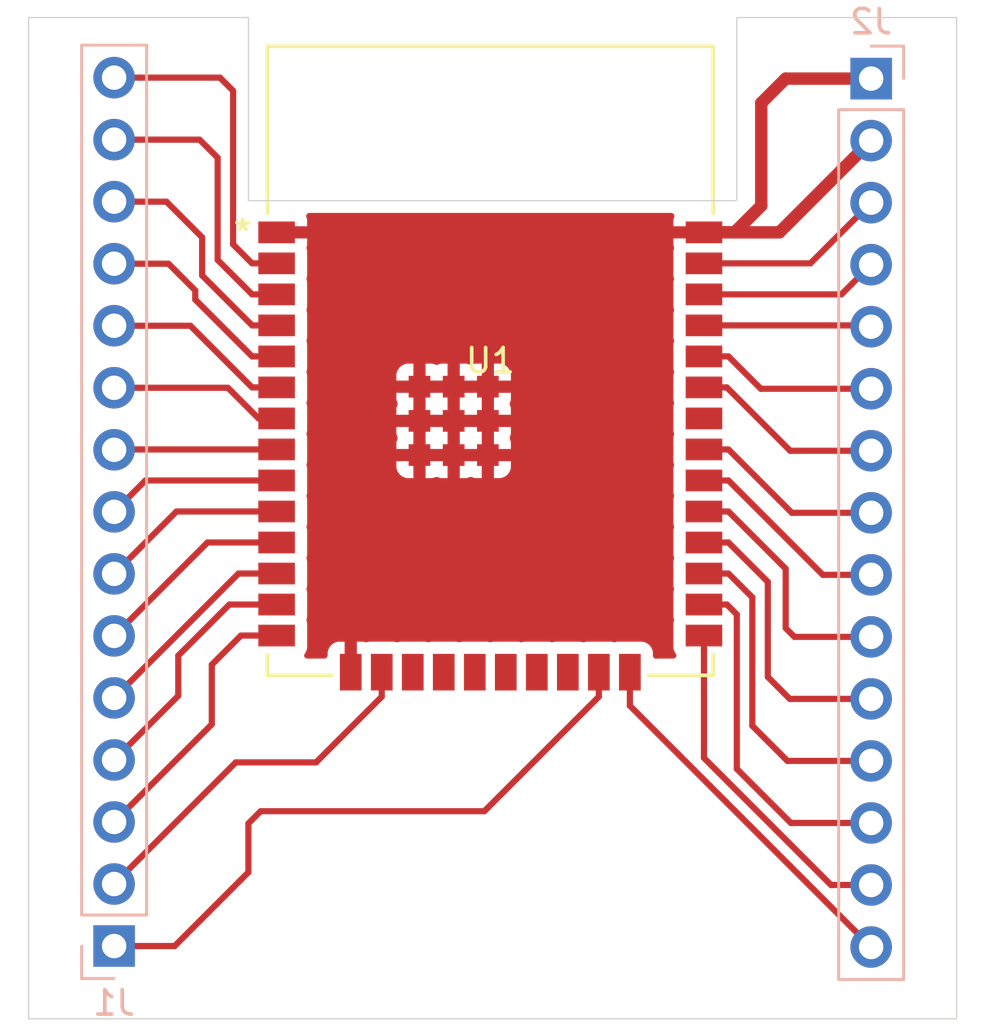
<source format=kicad_pcb>
(kicad_pcb (version 20240108) (generator "pcbnew") (generator_version "8.0")
  (layers (0 "F.Cu" signal) (31 "B.Cu" signal) (34 "B.Paste" user) (35 "F.Paste" user) (36 "B.SilkS" user "B.Silkscreen") (37 "F.SilkS" user "F.Silkscreen") (38 "B.Mask" user) (39 "F.Mask" user) (44 "Edge.Cuts" user))
  (net 0 "")
  (net 1 "Net-(J1-Pin_14)")
  (net 2 "Net-(J1-Pin_13)")
  (net 3 "Net-(J1-Pin_15)")
  (net 4 "Net-(J1-Pin_8)")
  (net 5 "Net-(J1-Pin_2)")
  (net 6 "Net-(J1-Pin_10)")
  (net 7 "Net-(J1-Pin_9)")
  (net 8 "Net-(J1-Pin_11)")
  (net 9 "Net-(J1-Pin_4)")
  (net 10 "Net-(J1-Pin_12)")
  (net 11 "Net-(J1-Pin_6)")
  (net 12 "Net-(J1-Pin_3)")
  (net 13 "Net-(J1-Pin_5)")
  (net 14 "Net-(J1-Pin_1)")
  (net 15 "Net-(J1-Pin_7)")
  (net 16 "Net-(J2-Pin_3)")
  (net 17 "Net-(J2-Pin_13)")
  (net 18 "Net-(J2-Pin_6)")
  (net 19 "Net-(J2-Pin_8)")
  (net 20 "Net-(J2-Pin_11)")
  (net 21 "Net-(J2-Pin_7)")
  (net 22 "Net-(J2-Pin_9)")
  (net 23 "Net-(J2-Pin_15)")
  (net 24 "Net-(J2-Pin_10)")
  (net 25 "Net-(J2-Pin_1)")
  (net 26 "Net-(J2-Pin_4)")
  (net 27 "Net-(J2-Pin_14)")
  (net 28 "Net-(J2-Pin_5)")
  (net 29 "Net-(J2-Pin_12)")
  (footprint "PVA_board:ESP32­WROOM­32E_EXP" (layer "F.Cu") (at 149.4045 100.556)
    (property "Reference" "U1" (at 0 0 0) (layer "F.SilkS"))
    (property "Value" "ESP32-WROOM-32E-N8")
    (fp_line (start -9.1313 -12.8778) (end 9.1313 -12.8778) (stroke (width 0.1524)) (layer "F.SilkS"))
    (fp_line (start -9.1313 -6.03724) (end -9.1313 -12.8778) (stroke (width 0.1524)) (layer "F.SilkS"))
    (fp_line (start -9.1313 12.8778) (end -9.1313 12.02724) (stroke (width 0.1524)) (layer "F.SilkS"))
    (fp_line (start -6.49224 12.8778) (end -9.1313 12.8778) (stroke (width 0.1524)) (layer "F.SilkS"))
    (fp_line (start 9.1313 -12.8778) (end 9.1313 -6.03724) (stroke (width 0.1524)) (layer "F.SilkS"))
    (fp_line (start 9.1313 12.02724) (end 9.1313 12.8778) (stroke (width 0.1524)) (layer "F.SilkS"))
    (fp_line (start 9.1313 12.8778) (end 6.49224 12.8778) (stroke (width 0.1524)) (layer "F.SilkS"))
    (fp_text user "*" (at -10.1343 -5.26 0) (layer "F.SilkS"))
    (fp_text user "*" (at -10.1343 -5.26 0) (layer "F.SilkS"))
    (pad "1" smd rect (at -8.75 -5.26) (size 1.4986 0.889) (layers "F.Cu" "F.Paste" "F.Mask") (net 25 "Net-(J2-Pin_1)"))
    (pad "2" smd rect (at -8.75 -3.99) (size 1.4986 0.889) (layers "F.Cu" "F.Paste" "F.Mask") (net 3 "Net-(J1-Pin_15)"))
    (pad "3" smd rect (at -8.75 -2.72) (size 1.4986 0.889) (layers "F.Cu" "F.Paste" "F.Mask") (net 1 "Net-(J1-Pin_14)"))
    (pad "4" smd rect (at -8.75 -1.45) (size 1.4986 0.889) (layers "F.Cu" "F.Paste" "F.Mask") (net 2 "Net-(J1-Pin_13)"))
    (pad "5" smd rect (at -8.75 -0.18) (size 1.4986 0.889) (layers "F.Cu" "F.Paste" "F.Mask") (net 10 "Net-(J1-Pin_12)"))
    (pad "6" smd rect (at -8.75 1.09) (size 1.4986 0.889) (layers "F.Cu" "F.Paste" "F.Mask") (net 8 "Net-(J1-Pin_11)"))
    (pad "7" smd rect (at -8.75 2.36) (size 1.4986 0.889) (layers "F.Cu" "F.Paste" "F.Mask") (net 6 "Net-(J1-Pin_10)"))
    (pad "8" smd rect (at -8.75 3.63) (size 1.4986 0.889) (layers "F.Cu" "F.Paste" "F.Mask") (net 7 "Net-(J1-Pin_9)"))
    (pad "9" smd rect (at -8.75 4.9) (size 1.4986 0.889) (layers "F.Cu" "F.Paste" "F.Mask") (net 4 "Net-(J1-Pin_8)"))
    (pad "10" smd rect (at -8.75 6.17) (size 1.4986 0.889) (layers "F.Cu" "F.Paste" "F.Mask") (net 15 "Net-(J1-Pin_7)"))
    (pad "11" smd rect (at -8.75 7.44) (size 1.4986 0.889) (layers "F.Cu" "F.Paste" "F.Mask") (net 11 "Net-(J1-Pin_6)"))
    (pad "12" smd rect (at -8.75 8.71) (size 1.4986 0.889) (layers "F.Cu" "F.Paste" "F.Mask") (net 13 "Net-(J1-Pin_5)"))
    (pad "13" smd rect (at -8.75 9.98) (size 1.4986 0.889) (layers "F.Cu" "F.Paste" "F.Mask") (net 9 "Net-(J1-Pin_4)"))
    (pad "14" smd rect (at -8.75 11.25) (size 1.4986 0.889) (layers "F.Cu" "F.Paste" "F.Mask") (net 12 "Net-(J1-Pin_3)"))
    (pad "15" smd rect (at -5.715 12.75 90) (size 1.4986 0.889) (layers "F.Cu" "F.Paste" "F.Mask") (net 25 "Net-(J2-Pin_1)"))
    (pad "16" smd rect (at -4.445 12.75 90) (size 1.4986 0.889) (layers "F.Cu" "F.Paste" "F.Mask") (net 5 "Net-(J1-Pin_2)"))
    (pad "17" smd rect (at -3.175 12.75 90) (size 1.4986 0.889) (layers "F.Cu" "F.Paste" "F.Mask"))
    (pad "18" smd rect (at -1.905 12.75 90) (size 1.4986 0.889) (layers "F.Cu" "F.Paste" "F.Mask"))
    (pad "19" smd rect (at -0.635 12.75 90) (size 1.4986 0.889) (layers "F.Cu" "F.Paste" "F.Mask"))
    (pad "20" smd rect (at 0.635 12.75 90) (size 1.4986 0.889) (layers "F.Cu" "F.Paste" "F.Mask"))
    (pad "21" smd rect (at 1.905 12.75 90) (size 1.4986 0.889) (layers "F.Cu" "F.Paste" "F.Mask"))
    (pad "22" smd rect (at 3.175 12.75 90) (size 1.4986 0.889) (layers "F.Cu" "F.Paste" "F.Mask"))
    (pad "23" smd rect (at 4.445 12.75 90) (size 1.4986 0.889) (layers "F.Cu" "F.Paste" "F.Mask") (net 14 "Net-(J1-Pin_1)"))
    (pad "24" smd rect (at 5.715 12.75 90) (size 1.4986 0.889) (layers "F.Cu" "F.Paste" "F.Mask") (net 23 "Net-(J2-Pin_15)"))
    (pad "25" smd rect (at 8.75 11.25) (size 1.4986 0.889) (layers "F.Cu" "F.Paste" "F.Mask") (net 27 "Net-(J2-Pin_14)"))
    (pad "26" smd rect (at 8.75 9.98) (size 1.4986 0.889) (layers "F.Cu" "F.Paste" "F.Mask") (net 17 "Net-(J2-Pin_13)"))
    (pad "27" smd rect (at 8.75 8.71) (size 1.4986 0.889) (layers "F.Cu" "F.Paste" "F.Mask") (net 29 "Net-(J2-Pin_12)"))
    (pad "28" smd rect (at 8.75 7.44) (size 1.4986 0.889) (layers "F.Cu" "F.Paste" "F.Mask") (net 20 "Net-(J2-Pin_11)"))
    (pad "29" smd rect (at 8.75 6.17) (size 1.4986 0.889) (layers "F.Cu" "F.Paste" "F.Mask") (net 24 "Net-(J2-Pin_10)"))
    (pad "30" smd rect (at 8.75 4.9) (size 1.4986 0.889) (layers "F.Cu" "F.Paste" "F.Mask") (net 22 "Net-(J2-Pin_9)"))
    (pad "31" smd rect (at 8.75 3.63) (size 1.4986 0.889) (layers "F.Cu" "F.Paste" "F.Mask") (net 19 "Net-(J2-Pin_8)"))
    (pad "32" smd rect (at 8.75 2.36) (size 1.4986 0.889) (layers "F.Cu" "F.Paste" "F.Mask"))
    (pad "33" smd rect (at 8.75 1.09) (size 1.4986 0.889) (layers "F.Cu" "F.Paste" "F.Mask") (net 21 "Net-(J2-Pin_7)"))
    (pad "34" smd rect (at 8.75 -0.18) (size 1.4986 0.889) (layers "F.Cu" "F.Paste" "F.Mask") (net 18 "Net-(J2-Pin_6)"))
    (pad "35" smd rect (at 8.75 -1.45) (size 1.4986 0.889) (layers "F.Cu" "F.Paste" "F.Mask") (net 28 "Net-(J2-Pin_5)"))
    (pad "36" smd rect (at 8.75 -2.72) (size 1.4986 0.889) (layers "F.Cu" "F.Paste" "F.Mask") (net 26 "Net-(J2-Pin_4)"))
    (pad "37" smd rect (at 8.75 -3.99) (size 1.4986 0.889) (layers "F.Cu" "F.Paste" "F.Mask") (net 16 "Net-(J2-Pin_3)"))
    (pad "38" smd rect (at 8.75 -5.26) (size 1.4986 0.889) (layers "F.Cu" "F.Paste" "F.Mask") (net 25 "Net-(J2-Pin_1)"))
    (pad "39" smd rect (at -1.5 2.46) (size 0.889 0.889) (layers "F.Cu" "F.Paste" "F.Mask") (net 25 "Net-(J2-Pin_1)"))
    (pad "40" smd rect (at -2.9 1.06) (size 0.889 0.889) (layers "F.Cu" "F.Paste" "F.Mask") (net 25 "Net-(J2-Pin_1)"))
    (pad "41" smd rect (at -2.9 2.46) (size 0.889 0.889) (layers "F.Cu" "F.Paste" "F.Mask") (net 25 "Net-(J2-Pin_1)"))
    (pad "42" smd rect (at -2.9 3.86) (size 0.889 0.889) (layers "F.Cu" "F.Paste" "F.Mask") (net 25 "Net-(J2-Pin_1)"))
    (pad "43" smd rect (at -1.5 3.86) (size 0.889 0.889) (layers "F.Cu" "F.Paste" "F.Mask") (net 25 "Net-(J2-Pin_1)"))
    (pad "44" smd rect (at -0.1 3.86) (size 0.889 0.889) (layers "F.Cu" "F.Paste" "F.Mask") (net 25 "Net-(J2-Pin_1)"))
    (pad "45" smd rect (at -0.1 2.46) (size 0.889 0.889) (layers "F.Cu" "F.Paste" "F.Mask") (net 25 "Net-(J2-Pin_1)"))
    (pad "46" smd rect (at -0.1 1.06) (size 0.889 0.889) (layers "F.Cu" "F.Paste" "F.Mask") (net 25 "Net-(J2-Pin_1)"))
    (pad "47" smd rect (at -1.5 1.06) (size 0.889 0.889) (layers "F.Cu" "F.Paste" "F.Mask") (net 25 "Net-(J2-Pin_1)"))
  )
  (footprint "Connector_PinHeader_2.54mm:PinHeader_1x15_P2.54mm_Vertical" (layer "B.Cu") (at 165 89 180)
    (property "Reference" "J2" (at 0 2.33 0) (layer "B.SilkS") (effects (justify mirror)))
    (property "Value" "Conn_01x15")
    (fp_line (start 1.33 -1.27) (end -1.33 -1.27) (stroke (width 0.12)) (layer "B.SilkS"))
    (fp_line (start 1.33 -36.89) (end 1.33 -1.27) (stroke (width 0.12)) (layer "B.SilkS"))
    (fp_line (start 1.33 -36.89) (end -1.33 -36.89) (stroke (width 0.12)) (layer "B.SilkS"))
    (fp_line (start 0 1.33) (end -1.33 1.33) (stroke (width 0.12)) (layer "B.SilkS"))
    (fp_line (start -1.33 1.33) (end -1.33 0) (stroke (width 0.12)) (layer "B.SilkS"))
    (fp_line (start -1.33 -36.89) (end -1.33 -1.27) (stroke (width 0.12)) (layer "B.SilkS"))
    (pad "1" thru_hole rect (at 0 0 180) (size 1.7 1.7) (drill 1) (layers "*.Cu" "*.Mask") (net 25 "Net-(J2-Pin_1)"))
    (pad "2" thru_hole oval (at 0 -2.54 180) (size 1.7 1.7) (drill 1) (layers "*.Cu" "*.Mask") (net 25 "Net-(J2-Pin_1)"))
    (pad "3" thru_hole oval (at 0 -5.08 180) (size 1.7 1.7) (drill 1) (layers "*.Cu" "*.Mask") (net 16 "Net-(J2-Pin_3)"))
    (pad "4" thru_hole oval (at 0 -7.62 180) (size 1.7 1.7) (drill 1) (layers "*.Cu" "*.Mask") (net 26 "Net-(J2-Pin_4)"))
    (pad "5" thru_hole oval (at 0 -10.16 180) (size 1.7 1.7) (drill 1) (layers "*.Cu" "*.Mask") (net 28 "Net-(J2-Pin_5)"))
    (pad "6" thru_hole oval (at 0 -12.7 180) (size 1.7 1.7) (drill 1) (layers "*.Cu" "*.Mask") (net 18 "Net-(J2-Pin_6)"))
    (pad "7" thru_hole oval (at 0 -15.24 180) (size 1.7 1.7) (drill 1) (layers "*.Cu" "*.Mask") (net 21 "Net-(J2-Pin_7)"))
    (pad "8" thru_hole oval (at 0 -17.78 180) (size 1.7 1.7) (drill 1) (layers "*.Cu" "*.Mask") (net 19 "Net-(J2-Pin_8)"))
    (pad "9" thru_hole oval (at 0 -20.32 180) (size 1.7 1.7) (drill 1) (layers "*.Cu" "*.Mask") (net 22 "Net-(J2-Pin_9)"))
    (pad "10" thru_hole oval (at 0 -22.86 180) (size 1.7 1.7) (drill 1) (layers "*.Cu" "*.Mask") (net 24 "Net-(J2-Pin_10)"))
    (pad "11" thru_hole oval (at 0 -25.4 180) (size 1.7 1.7) (drill 1) (layers "*.Cu" "*.Mask") (net 20 "Net-(J2-Pin_11)"))
    (pad "12" thru_hole oval (at 0 -27.94 180) (size 1.7 1.7) (drill 1) (layers "*.Cu" "*.Mask") (net 29 "Net-(J2-Pin_12)"))
    (pad "13" thru_hole oval (at 0 -30.48 180) (size 1.7 1.7) (drill 1) (layers "*.Cu" "*.Mask") (net 17 "Net-(J2-Pin_13)"))
    (pad "14" thru_hole oval (at 0 -33.02 180) (size 1.7 1.7) (drill 1) (layers "*.Cu" "*.Mask") (net 27 "Net-(J2-Pin_14)"))
    (pad "15" thru_hole oval (at 0 -35.56 180) (size 1.7 1.7) (drill 1) (layers "*.Cu" "*.Mask") (net 23 "Net-(J2-Pin_15)"))
  )
  (footprint "Connector_PinHeader_2.54mm:PinHeader_1x15_P2.54mm_Vertical" (layer "B.Cu") (at 134 124.52)
    (property "Reference" "J1" (at 0 2.33 180) (layer "B.SilkS") (effects (justify mirror)))
    (property "Value" "Conn_01x15")
    (fp_line (start -1.33 -36.89) (end -1.33 -1.27) (stroke (width 0.12)) (layer "B.SilkS"))
    (fp_line (start -1.33 1.33) (end -1.33 0) (stroke (width 0.12)) (layer "B.SilkS"))
    (fp_line (start 0 1.33) (end -1.33 1.33) (stroke (width 0.12)) (layer "B.SilkS"))
    (fp_line (start 1.33 -36.89) (end -1.33 -36.89) (stroke (width 0.12)) (layer "B.SilkS"))
    (fp_line (start 1.33 -36.89) (end 1.33 -1.27) (stroke (width 0.12)) (layer "B.SilkS"))
    (fp_line (start 1.33 -1.27) (end -1.33 -1.27) (stroke (width 0.12)) (layer "B.SilkS"))
    (pad "1" thru_hole rect (at 0 0) (size 1.7 1.7) (drill 1) (layers "*.Cu" "*.Mask") (net 14 "Net-(J1-Pin_1)"))
    (pad "2" thru_hole oval (at 0 -2.54) (size 1.7 1.7) (drill 1) (layers "*.Cu" "*.Mask") (net 5 "Net-(J1-Pin_2)"))
    (pad "3" thru_hole oval (at 0 -5.08) (size 1.7 1.7) (drill 1) (layers "*.Cu" "*.Mask") (net 12 "Net-(J1-Pin_3)"))
    (pad "4" thru_hole oval (at 0 -7.62) (size 1.7 1.7) (drill 1) (layers "*.Cu" "*.Mask") (net 9 "Net-(J1-Pin_4)"))
    (pad "5" thru_hole oval (at 0 -10.16) (size 1.7 1.7) (drill 1) (layers "*.Cu" "*.Mask") (net 13 "Net-(J1-Pin_5)"))
    (pad "6" thru_hole oval (at 0 -12.7) (size 1.7 1.7) (drill 1) (layers "*.Cu" "*.Mask") (net 11 "Net-(J1-Pin_6)"))
    (pad "7" thru_hole oval (at 0 -15.24) (size 1.7 1.7) (drill 1) (layers "*.Cu" "*.Mask") (net 15 "Net-(J1-Pin_7)"))
    (pad "8" thru_hole oval (at 0 -17.78) (size 1.7 1.7) (drill 1) (layers "*.Cu" "*.Mask") (net 4 "Net-(J1-Pin_8)"))
    (pad "9" thru_hole oval (at 0 -20.32) (size 1.7 1.7) (drill 1) (layers "*.Cu" "*.Mask") (net 7 "Net-(J1-Pin_9)"))
    (pad "10" thru_hole oval (at 0 -22.86) (size 1.7 1.7) (drill 1) (layers "*.Cu" "*.Mask") (net 6 "Net-(J1-Pin_10)"))
    (pad "11" thru_hole oval (at 0 -25.4) (size 1.7 1.7) (drill 1) (layers "*.Cu" "*.Mask") (net 8 "Net-(J1-Pin_11)"))
    (pad "12" thru_hole oval (at 0 -27.94) (size 1.7 1.7) (drill 1) (layers "*.Cu" "*.Mask") (net 10 "Net-(J1-Pin_12)"))
    (pad "13" thru_hole oval (at 0 -30.48) (size 1.7 1.7) (drill 1) (layers "*.Cu" "*.Mask") (net 2 "Net-(J1-Pin_13)"))
    (pad "14" thru_hole oval (at 0 -33.02) (size 1.7 1.7) (drill 1) (layers "*.Cu" "*.Mask") (net 1 "Net-(J1-Pin_14)"))
    (pad "15" thru_hole oval (at 0 -35.56) (size 1.7 1.7) (drill 1) (layers "*.Cu" "*.Mask") (net 3 "Net-(J1-Pin_15)"))
  )
  (gr_line (start 139.5 86.5) (end 130.5 86.5) (stroke (width 0.05)) (layer "Edge.Cuts"))
  (gr_line (start 130.5 127.5) (end 168.5 127.5) (stroke (width 0.05)) (layer "Edge.Cuts"))
  (gr_line (start 139.5 94) (end 139.5 86.5) (stroke (width 0.05)) (layer "Edge.Cuts"))
  (gr_line (start 159.5 86.5) (end 168.5 86.5) (stroke (width 0.05)) (layer "Edge.Cuts"))
  (gr_line (start 130.5 86.5) (end 130.5 127.5) (stroke (width 0.05)) (layer "Edge.Cuts"))
  (gr_line (start 168.5 86.5) (end 168.5 127.5) (stroke (width 0.05)) (layer "Edge.Cuts"))
  (gr_line (start 139.5 94) (end 159.5 94) (stroke (width 0.05)) (layer "Edge.Cuts"))
  (gr_line (start 159.5 94) (end 159.5 86.5) (stroke (width 0.05)) (layer "Edge.Cuts"))
  (segment (start 139.6512 97.836) (end 138.239 96.4238) (width 0.254) (layer "F.Cu") (net 1))
  (segment (start 140.6545 97.836) (end 139.6512 97.836) (width 0.254) (layer "F.Cu") (net 1))
  (segment (start 138.239 92.239) (end 137.5 91.5) (width 0.254) (layer "F.Cu") (net 1))
  (segment (start 137.5 91.5) (end 134 91.5) (width 0.254) (layer "F.Cu") (net 1))
  (segment (start 138.239 96.4238) (end 138.239 92.239) (width 0.254) (layer "F.Cu") (net 1))
  (segment (start 136.145 94.04) (end 134 94.04) (width 0.254) (layer "F.Cu") (net 2))
  (segment (start 137.605 97.0598) (end 137.605 95.5) (width 0.254) (layer "F.Cu") (net 2))
  (segment (start 137.605 95.5) (end 136.145 94.04) (width 0.254) (layer "F.Cu") (net 2))
  (segment (start 140.6545 99.106) (end 139.6512 99.106) (width 0.254) (layer "F.Cu") (net 2))
  (segment (start 139.6512 99.106) (end 137.605 97.0598) (width 0.254) (layer "F.Cu") (net 2))
  (segment (start 139.6512 96.566) (end 138.873 95.7878) (width 0.254) (layer "F.Cu") (net 3))
  (segment (start 138.873 89.5) (end 138.333 88.96) (width 0.254) (layer "F.Cu") (net 3))
  (segment (start 140.6545 96.566) (end 139.6512 96.566) (width 0.254) (layer "F.Cu") (net 3))
  (segment (start 138.333 88.96) (end 134 88.96) (width 0.254) (layer "F.Cu") (net 3))
  (segment (start 138.873 95.7878) (end 138.873 89.5) (width 0.254) (layer "F.Cu") (net 3))
  (segment (start 135.284 105.456) (end 140.6545 105.456) (width 0.254) (layer "F.Cu") (net 4))
  (segment (start 134 106.74) (end 135.284 105.456) (width 0.254) (layer "F.Cu") (net 4))
  (segment (start 144.9595 114.3093) (end 142.2688 117) (width 0.254) (layer "F.Cu") (net 5))
  (segment (start 142.2688 117) (end 138.98 117) (width 0.254) (layer "F.Cu") (net 5))
  (segment (start 138.98 117) (end 134 121.98) (width 0.254) (layer "F.Cu") (net 5))
  (segment (start 144.9595 113.306) (end 144.9595 114.3093) (width 0.254) (layer "F.Cu") (net 5))
  (segment (start 138.66 101.66) (end 134 101.66) (width 0.254) (layer "F.Cu") (net 6))
  (segment (start 139.916 102.916) (end 138.66 101.66) (width 0.254) (layer "F.Cu") (net 6))
  (segment (start 140.6545 102.916) (end 139.916 102.916) (width 0.254) (layer "F.Cu") (net 6))
  (segment (start 140.6545 104.186) (end 134.014 104.186) (width 0.254) (layer "F.Cu") (net 7))
  (segment (start 134.014 104.186) (end 134 104.2) (width 0.254) (layer "F.Cu") (net 7))
  (segment (start 137.1252 99.12) (end 134 99.12) (width 0.254) (layer "F.Cu") (net 8))
  (segment (start 140.6545 101.646) (end 139.6512 101.646) (width 0.254) (layer "F.Cu") (net 8))
  (segment (start 139.6512 101.646) (end 137.1252 99.12) (width 0.254) (layer "F.Cu") (net 8))
  (segment (start 136.628306 112.628306) (end 138.720612 110.536) (width 0.254) (layer "F.Cu") (net 9))
  (segment (start 136.628306 114.271694) (end 136.628306 112.628306) (width 0.254) (layer "F.Cu") (net 9))
  (segment (start 134 116.9) (end 136.628306 114.271694) (width 0.254) (layer "F.Cu") (net 9))
  (segment (start 138.720612 110.536) (end 140.6545 110.536) (width 0.254) (layer "F.Cu") (net 9))
  (segment (start 136.228588 96.58) (end 134 96.58) (width 0.254) (layer "F.Cu") (net 10))
  (segment (start 137.324294 97.675706) (end 136.228588 96.58) (width 0.254) (layer "F.Cu") (net 10))
  (segment (start 139.6512 100.376) (end 137.324294 98.049094) (width 0.254) (layer "F.Cu") (net 10))
  (segment (start 140.6545 100.376) (end 139.6512 100.376) (width 0.254) (layer "F.Cu") (net 10))
  (segment (start 137.324294 98.049094) (end 137.324294 97.675706) (width 0.254) (layer "F.Cu") (net 10))
  (segment (start 134 111.82) (end 137.824 107.996) (width 0.254) (layer "F.Cu") (net 11))
  (segment (start 137.824 107.996) (end 140.6545 107.996) (width 0.254) (layer "F.Cu") (net 11))
  (segment (start 138 115.44) (end 138 113) (width 0.254) (layer "F.Cu") (net 12))
  (segment (start 134 119.44) (end 138 115.44) (width 0.254) (layer "F.Cu") (net 12))
  (segment (start 138 113) (end 139.194 111.806) (width 0.254) (layer "F.Cu") (net 12))
  (segment (start 139.194 111.806) (end 140.6545 111.806) (width 0.254) (layer "F.Cu") (net 12))
  (segment (start 139.094 109.266) (end 140.6545 109.266) (width 0.254) (layer "F.Cu") (net 13))
  (segment (start 134 114.36) (end 139.094 109.266) (width 0.254) (layer "F.Cu") (net 13))
  (segment (start 153.8495 113.306) (end 153.8495 114.3093) (width 0.254) (layer "F.Cu") (net 14))
  (segment (start 139.5 121.5) (end 136.48 124.52) (width 0.254) (layer "F.Cu") (net 14))
  (segment (start 136.48 124.52) (end 134 124.52) (width 0.254) (layer "F.Cu") (net 14))
  (segment (start 153.8495 114.3093) (end 149.1588 119) (width 0.254) (layer "F.Cu") (net 14))
  (segment (start 140 119) (end 139.5 119.5) (width 0.254) (layer "F.Cu") (net 14))
  (segment (start 149.1588 119) (end 140 119) (width 0.254) (layer "F.Cu") (net 14))
  (segment (start 139.5 119.5) (end 139.5 121.5) (width 0.254) (layer "F.Cu") (net 14))
  (segment (start 136.554 106.726) (end 140.6545 106.726) (width 0.254) (layer "F.Cu") (net 15))
  (segment (start 134 109.28) (end 136.554 106.726) (width 0.254) (layer "F.Cu") (net 15))
  (segment (start 162.514 96.566) (end 165 94.08) (width 0.254) (layer "F.Cu") (net 16))
  (segment (start 158.1545 96.566) (end 162.514 96.566) (width 0.254) (layer "F.Cu") (net 16))
  (segment (start 159.5 117.266776) (end 161.713224 119.48) (width 0.254) (layer "F.Cu") (net 17))
  (segment (start 159.5 110.9437) (end 159.5 117.266776) (width 0.254) (layer "F.Cu") (net 17))
  (segment (start 161.713224 119.48) (end 165 119.48) (width 0.254) (layer "F.Cu") (net 17))
  (segment (start 159.0923 110.536) (end 159.5 110.9437) (width 0.254) (layer "F.Cu") (net 17))
  (segment (start 158.1545 110.536) (end 159.0923 110.536) (width 0.254) (layer "F.Cu") (net 17))
  (segment (start 158.1545 100.376) (end 159.1578 100.376) (width 0.254) (layer "F.Cu") (net 18))
  (segment (start 159.1578 100.376) (end 160.4818 101.7) (width 0.254) (layer "F.Cu") (net 18))
  (segment (start 160.4818 101.7) (end 165 101.7) (width 0.254) (layer "F.Cu") (net 18))
  (segment (start 158.1545 104.186) (end 159.1578 104.186) (width 0.254) (layer "F.Cu") (net 19))
  (segment (start 161.7518 106.78) (end 165 106.78) (width 0.254) (layer "F.Cu") (net 19))
  (segment (start 159.1578 104.186) (end 161.7518 106.78) (width 0.254) (layer "F.Cu") (net 19))
  (segment (start 160.768 113.5) (end 161.668 114.4) (width 0.254) (layer "F.Cu") (net 20))
  (segment (start 160.768 109.6062) (end 160.768 113.5) (width 0.254) (layer "F.Cu") (net 20))
  (segment (start 158.1545 107.996) (end 159.1578 107.996) (width 0.254) (layer "F.Cu") (net 20))
  (segment (start 161.668 114.4) (end 165 114.4) (width 0.254) (layer "F.Cu") (net 20))
  (segment (start 159.1578 107.996) (end 160.768 109.6062) (width 0.254) (layer "F.Cu") (net 20))
  (segment (start 161.6863 104.24) (end 165 104.24) (width 0.254) (layer "F.Cu") (net 21))
  (segment (start 159.0923 101.646) (end 161.6863 104.24) (width 0.254) (layer "F.Cu") (net 21))
  (segment (start 158.1545 101.646) (end 159.0923 101.646) (width 0.254) (layer "F.Cu") (net 21))
  (segment (start 163.0218 109.32) (end 165 109.32) (width 0.254) (layer "F.Cu") (net 22))
  (segment (start 158.1545 105.456) (end 159.1578 105.456) (width 0.254) (layer "F.Cu") (net 22))
  (segment (start 159.1578 105.456) (end 163.0218 109.32) (width 0.254) (layer "F.Cu") (net 22))
  (segment (start 155.1195 114.6795) (end 165 124.56) (width 0.254) (layer "F.Cu") (net 23))
  (segment (start 155.1195 113.306) (end 155.1195 114.6795) (width 0.254) (layer "F.Cu") (net 23))
  (segment (start 161.86 111.86) (end 165 111.86) (width 0.254) (layer "F.Cu") (net 24))
  (segment (start 161.5 111.5) (end 161.86 111.86) (width 0.254) (layer "F.Cu") (net 24))
  (segment (start 158.1545 106.726) (end 159.1578 106.726) (width 0.254) (layer "F.Cu") (net 24))
  (segment (start 161.5 109.0682) (end 161.5 111.5) (width 0.254) (layer "F.Cu") (net 24))
  (segment (start 159.1578 106.726) (end 161.5 109.0682) (width 0.254) (layer "F.Cu") (net 24))
  (segment (start 159.4118 95.296) (end 160.5 94.2078) (width 0.508) (layer "F.Cu") (net 25))
  (segment (start 161.244 95.296) (end 165 91.54) (width 0.508) (layer "F.Cu") (net 25))
  (segment (start 158.1545 95.296) (end 159.4118 95.296) (width 0.508) (layer "F.Cu") (net 25))
  (segment (start 158.1545 95.296) (end 161.244 95.296) (width 0.508) (layer "F.Cu") (net 25))
  (segment (start 161.5 89) (end 165 89) (width 0.508) (layer "F.Cu") (net 25))
  (segment (start 160.5 90) (end 161.5 89) (width 0.508) (layer "F.Cu") (net 25))
  (segment (start 160.5 94.2078) (end 160.5 90) (width 0.508) (layer "F.Cu") (net 25))
  (segment (start 158.1545 97.836) (end 163.784 97.836) (width 0.254) (layer "F.Cu") (net 26))
  (segment (start 163.784 97.836) (end 165 96.62) (width 0.254) (layer "F.Cu") (net 26))
  (segment (start 163.356612 122.02) (end 158.1545 116.817888) (width 0.254) (layer "F.Cu") (net 27))
  (segment (start 165 122.02) (end 163.356612 122.02) (width 0.254) (layer "F.Cu") (net 27))
  (segment (start 158.1545 116.817888) (end 158.1545 111.806) (width 0.254) (layer "F.Cu") (net 27))
  (segment (start 158.1545 99.106) (end 164.946 99.106) (width 0.254) (layer "F.Cu") (net 28))
  (segment (start 164.946 99.106) (end 165 99.16) (width 0.254) (layer "F.Cu") (net 28))
  (segment (start 158.1545 109.266) (end 159.1578 109.266) (width 0.254) (layer "F.Cu") (net 29))
  (segment (start 159.1578 109.266) (end 160.134 110.2422) (width 0.254) (layer "F.Cu") (net 29))
  (segment (start 161.574 116.94) (end 165 116.94) (width 0.254) (layer "F.Cu") (net 29))
  (segment (start 160.134 115.5) (end 161.574 116.94) (width 0.254) (layer "F.Cu") (net 29))
  (segment (start 160.134 110.2422) (end 160.134 115.5) (width 0.254) (layer "F.Cu") (net 29))
  (zone (net 25) (net_name "Net-(J2-Pin_1)") (layer "F.Cu") (name "GND_Zone") (connect_pads (clearance 0.5)) (min_thickness 0.25) (fill yes (thermal_gap 0.5) (thermal_bridge_width 0.5) (island_removal_mode 1) (island_area_min 10))
    (polygon (pts (xy 139 94.25) (xy 159.5 94.25) (xy 159.5 112.75) (xy 156.25 112.75) (xy 156.25 114.5) (xy 142.75 114.5) (xy 142.75 112.75) (xy 139 112.75)))
  )
)
</source>
